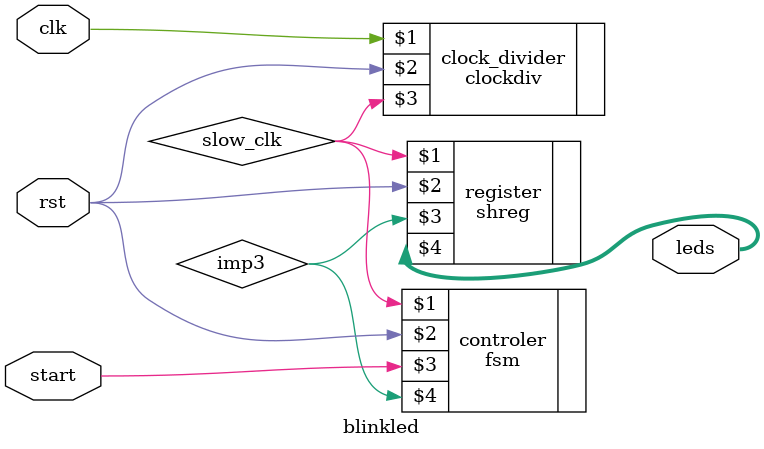
<source format=v>
`timescale 1ns / 1ps
module blinkled(
    input clk,
    input rst,
    input start,
    output [7:0] leds
    );

clockdiv clock_divider(clk, rst, slow_clk);
fsm controler(slow_clk, rst, start, imp3);
shreg register(slow_clk, rst, imp3, leds);

//or(pout[7], imp3, imp3);

endmodule

</source>
